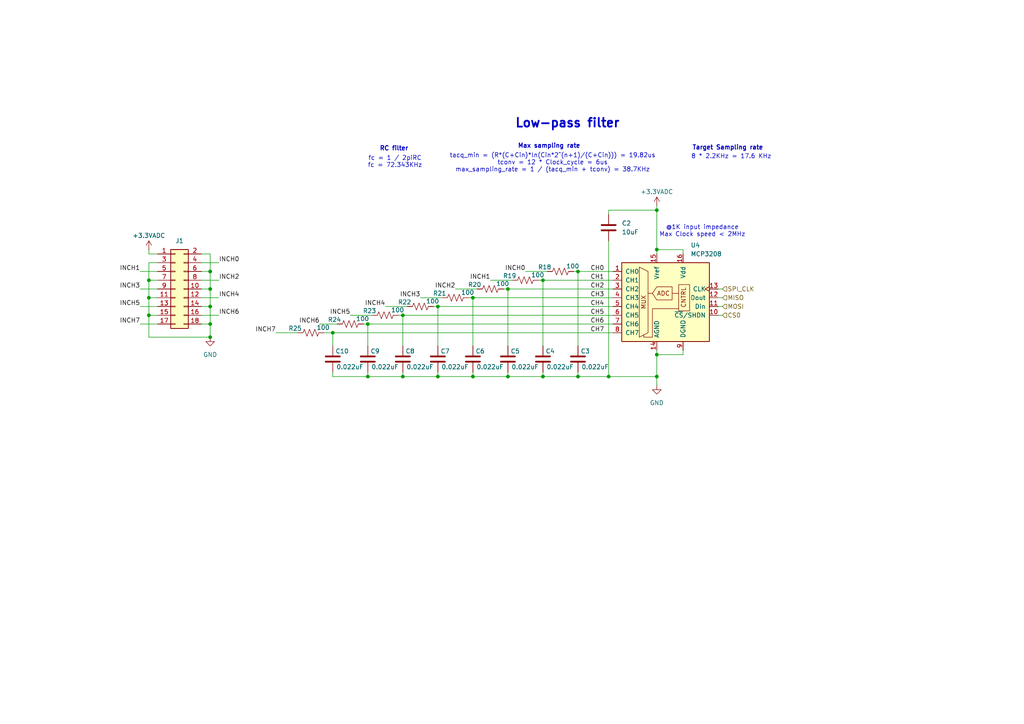
<source format=kicad_sch>
(kicad_sch (version 20231120) (generator "eeschema") (generator_version "8.0")
  (paper "A4")
  (lib_symbols
    (symbol "Analog_ADC:MCP3208" (pin_names (offset 1.016))
      (property "Reference" "U" (at -5.08 13.335 0))
      (property "Value" "MCP3208" (at -5.08 11.43 0))
      (symbol "MCP3208_0_0"
        (text "ADC" (at -0.635 1.27 0) (effects (font (size 1.27 1.27))))
        (text "CNTRL" (at 5.969 -2.921 900) (effects (font (size 1.27 1.27)) (justify left bottom)))
        (text "MUX" (at -6.35 -1.27 900) (effects (font (size 1.27 1.27))))
      )
      (symbol "MCP3208_0_1"
        (polyline (pts (xy -3.81 1.27) (xy -5.08 1.27)))
        (polyline (pts (xy 1.905 1.27) (xy 3.81 1.27)))
        (polyline (pts (xy -7.62 8.89) (xy -7.62 -11.43) (xy -5.08 -10.16) (xy -5.08 7.62) (xy -7.62 8.89)))
        (polyline (pts (xy 3.81 -3.175) (xy -3.81 -3.175) (xy -3.81 -11.43) (xy -6.35 -11.43) (xy -6.35 -10.795)))
        (polyline (pts (xy 1.905 3.175) (xy 1.905 -0.635) (xy -2.54 -0.635) (xy -3.81 1.27) (xy -2.54 3.175) (xy 1.905 3.175)))
        (rectangle (start 3.81 -3.81) (end 6.985 3.81))
        (rectangle (start 12.7 -12.7) (end -12.7 10.16) (stroke (width 0.254)) (fill (type background)))
      )
      (symbol "MCP3208_1_1"
        (pin input line (at -15.24 7.62 0) (length 2.54) (name "CH0") (number "1"))
        (pin input line (at 15.24 -5.08 180) (length 2.54) (name "~{CS}/SHDN") (number "10"))
        (pin input line (at 15.24 -2.54 180) (length 2.54) (name "Din") (number "11"))
        (pin output line (at 15.24 0 180) (length 2.54) (name "Dout") (number "12"))
        (pin input clock (at 15.24 2.54 180) (length 2.54) (name "CLK") (number "13"))
        (pin power_in line (at -2.54 -15.24 90) (length 2.54) (name "AGND") (number "14"))
        (pin power_in line (at -2.54 12.7 270) (length 2.54) (name "Vref") (number "15"))
        (pin power_in line (at 5.08 12.7 270) (length 2.54) (name "Vdd") (number "16"))
        (pin input line (at -15.24 5.08 0) (length 2.54) (name "CH1") (number "2"))
        (pin input line (at -15.24 2.54 0) (length 2.54) (name "CH2") (number "3"))
        (pin input line (at -15.24 0 0) (length 2.54) (name "CH3") (number "4"))
        (pin input line (at -15.24 -2.54 0) (length 2.54) (name "CH4") (number "5"))
        (pin input line (at -15.24 -5.08 0) (length 2.54) (name "CH5") (number "6"))
        (pin input line (at -15.24 -7.62 0) (length 2.54) (name "CH6") (number "7"))
        (pin input line (at -15.24 -10.16 0) (length 2.54) (name "CH7") (number "8"))
        (pin power_in line (at 5.08 -15.24 90) (length 2.54) (name "DGND") (number "9"))
      )
    )
    (symbol "Connector_Generic:Conn_02x09_Odd_Even" (pin_names (offset 1.016) hide)
      (property "Reference" "J" (at 1.27 12.7 0))
      (property "Value" "Conn_02x09_Odd_Even" (at 1.27 -12.7 0))
      (symbol "Conn_02x09_Odd_Even_1_1"
        (rectangle (start -1.27 -10.033) (end 0 -10.287) (stroke (width 0.1524)))
        (rectangle (start -1.27 -7.493) (end 0 -7.747) (stroke (width 0.1524)))
        (rectangle (start -1.27 -4.953) (end 0 -5.207) (stroke (width 0.1524)))
        (rectangle (start -1.27 -2.413) (end 0 -2.667) (stroke (width 0.1524)))
        (rectangle (start -1.27 0.127) (end 0 -0.127) (stroke (width 0.1524)))
        (rectangle (start -1.27 2.667) (end 0 2.413) (stroke (width 0.1524)))
        (rectangle (start -1.27 5.207) (end 0 4.953) (stroke (width 0.1524)))
        (rectangle (start -1.27 7.747) (end 0 7.493) (stroke (width 0.1524)))
        (rectangle (start -1.27 10.287) (end 0 10.033) (stroke (width 0.1524)))
        (rectangle (start -1.27 11.43) (end 3.81 -11.43) (stroke (width 0.254)) (fill (type background)))
        (rectangle (start 3.81 -10.033) (end 2.54 -10.287) (stroke (width 0.1524)))
        (rectangle (start 3.81 -7.493) (end 2.54 -7.747) (stroke (width 0.1524)))
        (rectangle (start 3.81 -4.953) (end 2.54 -5.207) (stroke (width 0.1524)))
        (rectangle (start 3.81 -2.413) (end 2.54 -2.667) (stroke (width 0.1524)))
        (rectangle (start 3.81 0.127) (end 2.54 -0.127) (stroke (width 0.1524)))
        (rectangle (start 3.81 2.667) (end 2.54 2.413) (stroke (width 0.1524)))
        (rectangle (start 3.81 5.207) (end 2.54 4.953) (stroke (width 0.1524)))
        (rectangle (start 3.81 7.747) (end 2.54 7.493) (stroke (width 0.1524)))
        (rectangle (start 3.81 10.287) (end 2.54 10.033) (stroke (width 0.1524)))
        (pin passive line (at -5.08 10.16 0) (length 3.81) (name "Pin_1") (number "1"))
        (pin passive line (at 7.62 0 180) (length 3.81) (name "Pin_10") (number "10"))
        (pin passive line (at -5.08 -2.54 0) (length 3.81) (name "Pin_11") (number "11"))
        (pin passive line (at 7.62 -2.54 180) (length 3.81) (name "Pin_12") (number "12"))
        (pin passive line (at -5.08 -5.08 0) (length 3.81) (name "Pin_13") (number "13"))
        (pin passive line (at 7.62 -5.08 180) (length 3.81) (name "Pin_14") (number "14"))
        (pin passive line (at -5.08 -7.62 0) (length 3.81) (name "Pin_15") (number "15"))
        (pin passive line (at 7.62 -7.62 180) (length 3.81) (name "Pin_16") (number "16"))
        (pin passive line (at -5.08 -10.16 0) (length 3.81) (name "Pin_17") (number "17"))
        (pin passive line (at 7.62 -10.16 180) (length 3.81) (name "Pin_18") (number "18"))
        (pin passive line (at 7.62 10.16 180) (length 3.81) (name "Pin_2") (number "2"))
        (pin passive line (at -5.08 7.62 0) (length 3.81) (name "Pin_3") (number "3"))
        (pin passive line (at 7.62 7.62 180) (length 3.81) (name "Pin_4") (number "4"))
        (pin passive line (at -5.08 5.08 0) (length 3.81) (name "Pin_5") (number "5"))
        (pin passive line (at 7.62 5.08 180) (length 3.81) (name "Pin_6") (number "6"))
        (pin passive line (at -5.08 2.54 0) (length 3.81) (name "Pin_7") (number "7"))
        (pin passive line (at 7.62 2.54 180) (length 3.81) (name "Pin_8") (number "8"))
        (pin passive line (at -5.08 0 0) (length 3.81) (name "Pin_9") (number "9"))
      )
    )
    (symbol "Device:C" (pin_numbers hide) (pin_names (offset 0.254))
      (property "Reference" "C" (at 0.635 2.54 0))
      (property "Value" "C" (at 0.635 -2.54 0))
      (symbol "C_0_1"
        (polyline (pts (xy -2.032 -0.762) (xy 2.032 -0.762)) (stroke (width 0.508)))
        (polyline (pts (xy -2.032 0.762) (xy 2.032 0.762)) (stroke (width 0.508)))
      )
      (symbol "C_1_1"
        (pin passive line (at 0 3.81 270) (length 2.794) (name "~") (number "1"))
        (pin passive line (at 0 -3.81 90) (length 2.794) (name "~") (number "2"))
      )
    )
    (symbol "Device:R_US" (pin_numbers hide) (pin_names (offset 0))
      (property "Reference" "R" (at 2.54 0 90))
      (property "Value" "R_US" (at -2.54 0 90))
      (symbol "R_US_0_1"
        (polyline (pts (xy 0 -2.286) (xy 0 -2.54)))
        (polyline (pts (xy 0 2.286) (xy 0 2.54)))
        (polyline (pts (xy 0 -0.762) (xy 1.016 -1.143) (xy 0 -1.524) (xy -1.016 -1.905) (xy 0 -2.286)))
        (polyline (pts (xy 0 0.762) (xy 1.016 0.381) (xy 0 0) (xy -1.016 -0.381) (xy 0 -0.762)))
        (polyline (pts (xy 0 2.286) (xy 1.016 1.905) (xy 0 1.524) (xy -1.016 1.143) (xy 0 0.762)))
      )
      (symbol "R_US_1_1"
        (pin passive line (at 0 3.81 270) (length 1.27) (name "~") (number "1"))
        (pin passive line (at 0 -3.81 90) (length 1.27) (name "~") (number "2"))
      )
    )
    (symbol "power:+3.3VADC" (power) (pin_numbers hide) (pin_names (offset 0) hide)
      (property "Value" "+3.3VADC" (at 0 3.556 0))
      (symbol "+3.3VADC_0_0"
        (pin power_in line (at 0 0 90) (length 0) (name "~") (number "1"))
      )
      (symbol "+3.3VADC_0_1"
        (polyline (pts (xy -0.762 1.27) (xy 0 2.54)))
        (polyline (pts (xy 0 0) (xy 0 2.54)))
        (polyline (pts (xy 0 2.54) (xy 0.762 1.27)))
      )
    )
    (symbol "power:GND" (power) (pin_numbers hide) (pin_names (offset 0) hide)
      (property "Value" "GND" (at 0 -3.81 0))
      (symbol "GND_0_1"
        (polyline (pts (xy 0 0) (xy 0 -1.27) (xy 1.27 -1.27) (xy 0 -2.54) (xy -1.27 -1.27) (xy 0 -1.27)))
      )
      (symbol "GND_1_1"
        (pin power_in line (at 0 0 270) (length 0) (name "~") (number "1"))
      )
    )
  )
  (junction (at 60.96 78.74))
  (junction (at 43.18 86.36))
  (junction (at 190.5 109.22))
  (junction (at 137.16 86.36))
  (junction (at 167.64 109.22))
  (junction (at 137.16 109.22))
  (junction (at 116.84 109.22))
  (junction (at 60.96 88.9))
  (junction (at 147.32 109.22))
  (junction (at 60.96 83.82))
  (junction (at 190.5 72.39))
  (junction (at 176.53 109.22))
  (junction (at 60.96 93.98))
  (junction (at 147.32 83.82))
  (junction (at 127 109.22))
  (junction (at 60.96 97.79))
  (junction (at 127 88.9))
  (junction (at 167.64 78.74))
  (junction (at 106.68 109.22))
  (junction (at 43.18 91.44))
  (junction (at 106.68 93.98))
  (junction (at 190.5 60.96))
  (junction (at 96.52 96.52))
  (junction (at 190.5 102.87))
  (junction (at 157.48 109.22))
  (junction (at 116.84 91.44))
  (junction (at 43.18 81.28))
  (junction (at 157.48 81.28))
  (wire (pts (xy 111.76 88.9) (xy 118.11 88.9)))
  (wire (pts (xy 132.08 83.82) (xy 138.43 83.82)))
  (wire (pts (xy 96.52 96.52) (xy 96.52 100.33)))
  (wire (pts (xy 58.42 93.98) (xy 60.96 93.98)))
  (wire (pts (xy 142.24 81.28) (xy 148.59 81.28)))
  (wire (pts (xy 121.92 86.36) (xy 128.27 86.36)))
  (wire (pts (xy 60.96 88.9) (xy 60.96 83.82)))
  (wire (pts (xy 190.5 111.76) (xy 190.5 109.22)))
  (wire (pts (xy 60.96 73.66) (xy 58.42 73.66)))
  (wire (pts (xy 190.5 59.69) (xy 190.5 60.96)))
  (wire (pts (xy 43.18 76.2) (xy 43.18 81.28)))
  (wire (pts (xy 58.42 88.9) (xy 60.96 88.9)))
  (wire (pts (xy 190.5 109.22) (xy 190.5 102.87)))
  (wire (pts (xy 105.41 93.98) (xy 106.68 93.98)))
  (wire (pts (xy 127 109.22) (xy 137.16 109.22)))
  (wire (pts (xy 116.84 107.95) (xy 116.84 109.22)))
  (wire (pts (xy 93.98 96.52) (xy 96.52 96.52)))
  (wire (pts (xy 58.42 83.82) (xy 60.96 83.82)))
  (wire (pts (xy 135.89 86.36) (xy 137.16 86.36)))
  (wire (pts (xy 106.68 93.98) (xy 177.8 93.98)))
  (wire (pts (xy 167.64 109.22) (xy 176.53 109.22)))
  (wire (pts (xy 63.5 86.36) (xy 58.42 86.36)))
  (wire (pts (xy 190.5 102.87) (xy 190.5 101.6)))
  (wire (pts (xy 116.84 91.44) (xy 116.84 100.33)))
  (wire (pts (xy 157.48 100.33) (xy 157.48 81.28)))
  (wire (pts (xy 176.53 109.22) (xy 190.5 109.22)))
  (wire (pts (xy 43.18 86.36) (xy 43.18 91.44)))
  (wire (pts (xy 198.12 101.6) (xy 198.12 102.87)))
  (wire (pts (xy 157.48 107.95) (xy 157.48 109.22)))
  (wire (pts (xy 43.18 91.44) (xy 43.18 97.79)))
  (wire (pts (xy 80.01 96.52) (xy 86.36 96.52)))
  (wire (pts (xy 137.16 86.36) (xy 177.8 86.36)))
  (wire (pts (xy 127 107.95) (xy 127 109.22)))
  (wire (pts (xy 96.52 96.52) (xy 177.8 96.52)))
  (wire (pts (xy 60.96 93.98) (xy 60.96 88.9)))
  (wire (pts (xy 176.53 62.23) (xy 176.53 60.96)))
  (wire (pts (xy 92.71 93.98) (xy 97.79 93.98)))
  (wire (pts (xy 60.96 83.82) (xy 60.96 78.74)))
  (wire (pts (xy 208.28 88.9) (xy 209.55 88.9)))
  (wire (pts (xy 106.68 109.22) (xy 116.84 109.22)))
  (wire (pts (xy 63.5 91.44) (xy 58.42 91.44)))
  (wire (pts (xy 58.42 78.74) (xy 60.96 78.74)))
  (wire (pts (xy 157.48 81.28) (xy 177.8 81.28)))
  (wire (pts (xy 146.05 83.82) (xy 147.32 83.82)))
  (wire (pts (xy 167.64 78.74) (xy 177.8 78.74)))
  (wire (pts (xy 43.18 72.39) (xy 43.18 73.66)))
  (wire (pts (xy 43.18 73.66) (xy 45.72 73.66)))
  (wire (pts (xy 116.84 109.22) (xy 127 109.22)))
  (wire (pts (xy 125.73 88.9) (xy 127 88.9)))
  (wire (pts (xy 60.96 97.79) (xy 60.96 93.98)))
  (wire (pts (xy 147.32 83.82) (xy 177.8 83.82)))
  (wire (pts (xy 43.18 86.36) (xy 45.72 86.36)))
  (wire (pts (xy 43.18 81.28) (xy 45.72 81.28)))
  (wire (pts (xy 115.57 91.44) (xy 116.84 91.44)))
  (wire (pts (xy 43.18 97.79) (xy 60.96 97.79)))
  (wire (pts (xy 167.64 78.74) (xy 167.64 100.33)))
  (wire (pts (xy 96.52 107.95) (xy 96.52 109.22)))
  (wire (pts (xy 40.64 78.74) (xy 45.72 78.74)))
  (wire (pts (xy 106.68 107.95) (xy 106.68 109.22)))
  (wire (pts (xy 101.6 91.44) (xy 107.95 91.44)))
  (wire (pts (xy 137.16 109.22) (xy 147.32 109.22)))
  (wire (pts (xy 190.5 72.39) (xy 190.5 73.66)))
  (wire (pts (xy 147.32 107.95) (xy 147.32 109.22)))
  (wire (pts (xy 116.84 91.44) (xy 177.8 91.44)))
  (wire (pts (xy 137.16 107.95) (xy 137.16 109.22)))
  (wire (pts (xy 208.28 86.36) (xy 209.55 86.36)))
  (wire (pts (xy 40.64 93.98) (xy 45.72 93.98)))
  (wire (pts (xy 167.64 107.95) (xy 167.64 109.22)))
  (wire (pts (xy 40.64 83.82) (xy 45.72 83.82)))
  (wire (pts (xy 45.72 76.2) (xy 43.18 76.2)))
  (wire (pts (xy 190.5 60.96) (xy 190.5 72.39)))
  (wire (pts (xy 190.5 72.39) (xy 198.12 72.39)))
  (wire (pts (xy 198.12 73.66) (xy 198.12 72.39)))
  (wire (pts (xy 156.21 81.28) (xy 157.48 81.28)))
  (wire (pts (xy 147.32 109.22) (xy 157.48 109.22)))
  (wire (pts (xy 176.53 60.96) (xy 190.5 60.96)))
  (wire (pts (xy 208.28 91.44) (xy 209.55 91.44)))
  (wire (pts (xy 127 88.9) (xy 177.8 88.9)))
  (wire (pts (xy 157.48 109.22) (xy 167.64 109.22)))
  (wire (pts (xy 63.5 76.2) (xy 58.42 76.2)))
  (wire (pts (xy 60.96 78.74) (xy 60.96 73.66)))
  (wire (pts (xy 96.52 109.22) (xy 106.68 109.22)))
  (wire (pts (xy 137.16 100.33) (xy 137.16 86.36)))
  (wire (pts (xy 63.5 81.28) (xy 58.42 81.28)))
  (wire (pts (xy 43.18 91.44) (xy 45.72 91.44)))
  (wire (pts (xy 166.37 78.74) (xy 167.64 78.74)))
  (wire (pts (xy 147.32 100.33) (xy 147.32 83.82)))
  (wire (pts (xy 152.4 78.74) (xy 158.75 78.74)))
  (wire (pts (xy 106.68 93.98) (xy 106.68 100.33)))
  (wire (pts (xy 40.64 88.9) (xy 45.72 88.9)))
  (wire (pts (xy 198.12 102.87) (xy 190.5 102.87)))
  (wire (pts (xy 43.18 81.28) (xy 43.18 86.36)))
  (wire (pts (xy 127 88.9) (xy 127 100.33)))
  (wire (pts (xy 208.28 83.82) (xy 209.55 83.82)))
  (wire (pts (xy 176.53 69.85) (xy 176.53 109.22)))
  (text "8 * 2.2KHz = 17.6 KHz" (at 212.09 45.466 0) (effects (font (size 1.27 1.27))))
  (text "Max sampling rate" (at 159.258 42.418 0) (effects (font (size 1.27 1.27) (thickness 0.254) (bold yes))))
  (text "tacq_min = (R*(C+Cin)*ln(Cin*2^(n+1)/(C+Cin))) = 19.82us\ntconv = 12 * Clock_cycle = 6us\nmax_sampling_rate = 1 / (tacq_min + tconv) = 38.7KHz" (at 160.274 47.244 0) (effects (font (size 1.27 1.27))))
  (text "fc = 1 / 2piRC\nfc = 72.343KHz" (at 114.554 46.99 0) (effects (font (size 1.27 1.27))))
  (text "@1K input impedance\nMax Clock speed < 2MHz\n" (at 203.708 67.056 0) (effects (font (size 1.27 1.27))))
  (text "Low-pass filter" (at 164.592 35.814 0) (effects (font (size 2.54 2.54) (thickness 0.508) (bold yes))))
  (text "RC filter\n" (at 114.3 43.18 0) (effects (font (size 1.27 1.27) (thickness 0.254) (bold yes))))
  (text "Target Sampling rate" (at 211.074 42.926 0) (effects (font (size 1.27 1.27) (thickness 0.254) (bold yes))))
  (label "INCH5" (at 101.6 91.44 180))
  (label "INCH6" (at 92.71 93.98 180))
  (label "INCH1" (at 40.64 78.74 180))
  (label "INCH3" (at 121.92 86.36 180))
  (label "INCH0" (at 152.4 78.74 180))
  (label "CH0" (at 175.26 78.74 180))
  (label "INCH1" (at 142.24 81.28 180))
  (label "INCH4" (at 63.5 86.36 0))
  (label "CH5" (at 175.26 91.44 180))
  (label "CH4" (at 175.26 88.9 180))
  (label "INCH7" (at 80.01 96.52 180))
  (label "INCH4" (at 111.76 88.9 180))
  (label "CH1" (at 175.26 81.28 180))
  (label "CH6" (at 175.26 93.98 180))
  (label "INCH2" (at 63.5 81.28 0))
  (label "INCH7" (at 40.64 93.98 180))
  (label "INCH0" (at 63.5 76.2 0))
  (label "CH3" (at 175.26 86.36 180))
  (label "INCH3" (at 40.64 83.82 180))
  (label "INCH2" (at 132.08 83.82 180))
  (label "INCH5" (at 40.64 88.9 180))
  (label "CH7" (at 175.26 96.52 180))
  (label "INCH6" (at 63.5 91.44 0))
  (label "CH2" (at 175.26 83.82 180))
  (hierarchical_label "SPI_CLK" (shape input) (at 209.55 83.82 0))
  (hierarchical_label "CS0" (shape input) (at 209.55 91.44 0))
  (hierarchical_label "MISO" (shape input) (at 209.55 86.36 0))
  (hierarchical_label "MOSI" (shape input) (at 209.55 88.9 0))
  (symbol (lib_id "Device:R_US") (at 121.92 88.9 270) (unit 1)
    (property "Reference" "R22" (at 117.348 87.63 90))
    (property "Value" "100" (at 125.476 87.376 90))
    (property "Footprint" "Resistor_SMD:R_0805_2012Metric_Pad1.20x1.40mm_HandSolder" (effects (hide yes)))
    (property "Description" "Resistor, US symbol" (effects (hide yes)))
  )
  (symbol (lib_id "power:GND") (at 60.96 97.79 0) (unit 1)
    (property "Reference" "#PWR06" (effects (hide yes)))
    (property "Value" "GND" (at 60.96 102.87 0))
    (property "Description" "Power symbol creates a global label with name \"GND\" , ground" (effects (hide yes)))
  )
  (symbol (lib_id "Device:C") (at 137.16 104.14 0) (unit 1)
    (property "Reference" "C6" (at 137.922 101.854 0) (effects (justify left)))
    (property "Value" "0.022uF" (at 138.176 106.426 0) (effects (justify left)))
    (property "Footprint" "Capacitor_SMD:C_0805_2012Metric" (effects (hide yes)))
    (property "Description" "Unpolarized capacitor" (effects (hide yes)))
  )
  (symbol (lib_id "Device:C") (at 127 104.14 0) (unit 1)
    (property "Reference" "C7" (at 127.762 101.854 0) (effects (justify left)))
    (property "Value" "0.022uF" (at 128.016 106.426 0) (effects (justify left)))
    (property "Footprint" "Capacitor_SMD:C_0805_2012Metric" (effects (hide yes)))
    (property "Description" "Unpolarized capacitor" (effects (hide yes)))
  )
  (symbol (lib_id "Device:C") (at 116.84 104.14 0) (unit 1)
    (property "Reference" "C8" (at 117.602 101.854 0) (effects (justify left)))
    (property "Value" "0.022uF" (at 117.856 106.426 0) (effects (justify left)))
    (property "Footprint" "Capacitor_SMD:C_0805_2012Metric" (effects (hide yes)))
    (property "Description" "Unpolarized capacitor" (effects (hide yes)))
  )
  (symbol (lib_id "Device:C") (at 96.52 104.14 0) (unit 1)
    (property "Reference" "C10" (at 97.282 101.854 0) (effects (justify left)))
    (property "Value" "0.022uF" (at 97.536 106.426 0) (effects (justify left)))
    (property "Footprint" "Capacitor_SMD:C_0805_2012Metric" (effects (hide yes)))
    (property "Description" "Unpolarized capacitor" (effects (hide yes)))
  )
  (symbol (lib_id "power:+3.3VADC") (at 190.5 59.69 0) (unit 1)
    (property "Reference" "#PWR04" (effects (hide yes)))
    (property "Value" "+3.3VADC" (at 190.5 55.626 0))
    (property "Description" "Power symbol creates a global label with name \"+3.3VADC\"" (effects (hide yes)))
  )
  (symbol (lib_id "Device:R_US") (at 101.6 93.98 270) (unit 1)
    (property "Reference" "R24" (at 97.028 92.71 90))
    (property "Value" "100" (at 105.156 92.456 90))
    (property "Footprint" "Resistor_SMD:R_0805_2012Metric_Pad1.20x1.40mm_HandSolder" (effects (hide yes)))
    (property "Description" "Resistor, US symbol" (effects (hide yes)))
  )
  (symbol (lib_id "Connector_Generic:Conn_02x09_Odd_Even") (at 50.8 83.82 0) (unit 1)
    (property "Reference" "J1" (at 52.07 69.85 0))
    (property "Value" "Conn_02x09_Odd_Even" (effects (hide yes)))
    (property "Footprint" "Connector_PinHeader_2.54mm:PinHeader_2x09_P2.54mm_Vertical" (effects (hide yes)))
    (property "Description" "Generic connector, double row, 02x09, odd/even pin numbering scheme (row 1 odd numbers, row 2 even numbers), script generated (kicad-library-utils/schlib/autogen/connector/)" (effects (hide yes)))
  )
  (symbol (lib_id "Device:R_US") (at 162.56 78.74 270) (unit 1)
    (property "Reference" "R18" (at 157.988 77.47 90))
    (property "Value" "100" (at 166.116 77.216 90))
    (property "Footprint" "Resistor_SMD:R_0805_2012Metric_Pad1.20x1.40mm_HandSolder" (effects (hide yes)))
    (property "Description" "Resistor, US symbol" (effects (hide yes)))
  )
  (symbol (lib_id "Device:C") (at 157.48 104.14 0) (unit 1)
    (property "Reference" "C4" (at 158.242 101.854 0) (effects (justify left)))
    (property "Value" "0.022uF" (at 158.496 106.426 0) (effects (justify left)))
    (property "Footprint" "Capacitor_SMD:C_0805_2012Metric" (effects (hide yes)))
    (property "Description" "Unpolarized capacitor" (effects (hide yes)))
  )
  (symbol (lib_id "Device:R_US") (at 90.17 96.52 270) (unit 1)
    (property "Reference" "R25" (at 85.598 95.25 90))
    (property "Value" "100" (at 93.726 94.996 90))
    (property "Footprint" "Resistor_SMD:R_0805_2012Metric_Pad1.20x1.40mm_HandSolder" (effects (hide yes)))
    (property "Description" "Resistor, US symbol" (effects (hide yes)))
  )
  (symbol (lib_id "Device:R_US") (at 142.24 83.82 270) (unit 1)
    (property "Reference" "R20" (at 137.668 82.55 90))
    (property "Value" "100" (at 145.796 82.296 90))
    (property "Footprint" "Resistor_SMD:R_0805_2012Metric_Pad1.20x1.40mm_HandSolder" (effects (hide yes)))
    (property "Description" "Resistor, US symbol" (effects (hide yes)))
  )
  (symbol (lib_id "Device:C") (at 167.64 104.14 0) (unit 1)
    (property "Reference" "C3" (at 168.402 101.854 0) (effects (justify left)))
    (property "Value" "0.022uF" (at 168.656 106.426 0) (effects (justify left)))
    (property "Footprint" "Capacitor_SMD:C_0805_2012Metric" (effects (hide yes)))
    (property "Description" "Unpolarized capacitor" (effects (hide yes)))
  )
  (symbol (lib_id "power:GND") (at 190.5 111.76 0) (unit 1)
    (property "Reference" "#PWR05" (effects (hide yes)))
    (property "Value" "GND" (at 190.5 116.84 0))
    (property "Description" "Power symbol creates a global label with name \"GND\" , ground" (effects (hide yes)))
  )
  (symbol (lib_id "power:+3.3VADC") (at 43.18 72.39 0) (unit 1)
    (property "Reference" "#PWR07" (effects (hide yes)))
    (property "Value" "+3.3VADC" (at 43.18 68.326 0))
    (property "Description" "Power symbol creates a global label with name \"+3.3VADC\"" (effects (hide yes)))
  )
  (symbol (lib_id "Device:R_US") (at 132.08 86.36 270) (unit 1)
    (property "Reference" "R21" (at 127.508 85.09 90))
    (property "Value" "100" (at 135.636 84.836 90))
    (property "Footprint" "Resistor_SMD:R_0805_2012Metric_Pad1.20x1.40mm_HandSolder" (effects (hide yes)))
    (property "Description" "Resistor, US symbol" (effects (hide yes)))
  )
  (symbol (lib_id "Device:R_US") (at 111.76 91.44 270) (unit 1)
    (property "Reference" "R23" (at 107.188 90.17 90))
    (property "Value" "100" (at 115.316 89.916 90))
    (property "Footprint" "Resistor_SMD:R_0805_2012Metric_Pad1.20x1.40mm_HandSolder" (effects (hide yes)))
    (property "Description" "Resistor, US symbol" (effects (hide yes)))
  )
  (symbol (lib_id "Analog_ADC:MCP3208") (at 193.04 86.36 0) (unit 1)
    (property "Reference" "U4" (at 200.3141 71.12 0) (effects (justify left)))
    (property "Value" "MCP3208" (at 200.3141 73.66 0) (effects (justify left)))
    (property "Footprint" "Package_DIP:DIP-16_W7.62mm_Socket" (effects (hide yes)))
    (property "Datasheet" "http://ww1.microchip.com/downloads/en/DeviceDoc/21298c.pdf" (effects (hide yes)))
    (property "Description" "A/D Converter, 12-Bit, 8-Channel, SPI Interface , 2.7V-5.5V" (effects (hide yes)))
  )
  (symbol (lib_id "Device:C") (at 106.68 104.14 0) (unit 1)
    (property "Reference" "C9" (at 107.442 101.854 0) (effects (justify left)))
    (property "Value" "0.022uF" (at 107.696 106.426 0) (effects (justify left)))
    (property "Footprint" "Capacitor_SMD:C_0805_2012Metric" (effects (hide yes)))
    (property "Description" "Unpolarized capacitor" (effects (hide yes)))
  )
  (symbol (lib_id "Device:R_US") (at 152.4 81.28 270) (unit 1)
    (property "Reference" "R19" (at 147.828 80.01 90))
    (property "Value" "100" (at 155.956 79.756 90))
    (property "Footprint" "Resistor_SMD:R_0805_2012Metric_Pad1.20x1.40mm_HandSolder" (effects (hide yes)))
    (property "Description" "Resistor, US symbol" (effects (hide yes)))
  )
  (symbol (lib_id "Device:C") (at 176.53 66.04 0) (unit 1)
    (property "Reference" "C2" (at 180.34 64.7699 0) (effects (justify left)))
    (property "Value" "10uF" (at 180.34 67.3099 0) (effects (justify left)))
    (property "Footprint" "Capacitor_SMD:C_0805_2012Metric" (effects (hide yes)))
    (property "Description" "Unpolarized capacitor" (effects (hide yes)))
  )
  (symbol (lib_id "Device:C") (at 147.32 104.14 0) (unit 1)
    (property "Reference" "C5" (at 148.082 101.854 0) (effects (justify left)))
    (property "Value" "0.022uF" (at 148.336 106.426 0) (effects (justify left)))
    (property "Footprint" "Capacitor_SMD:C_0805_2012Metric" (effects (hide yes)))
    (property "Description" "Unpolarized capacitor" (effects (hide yes)))
  )
)
</source>
